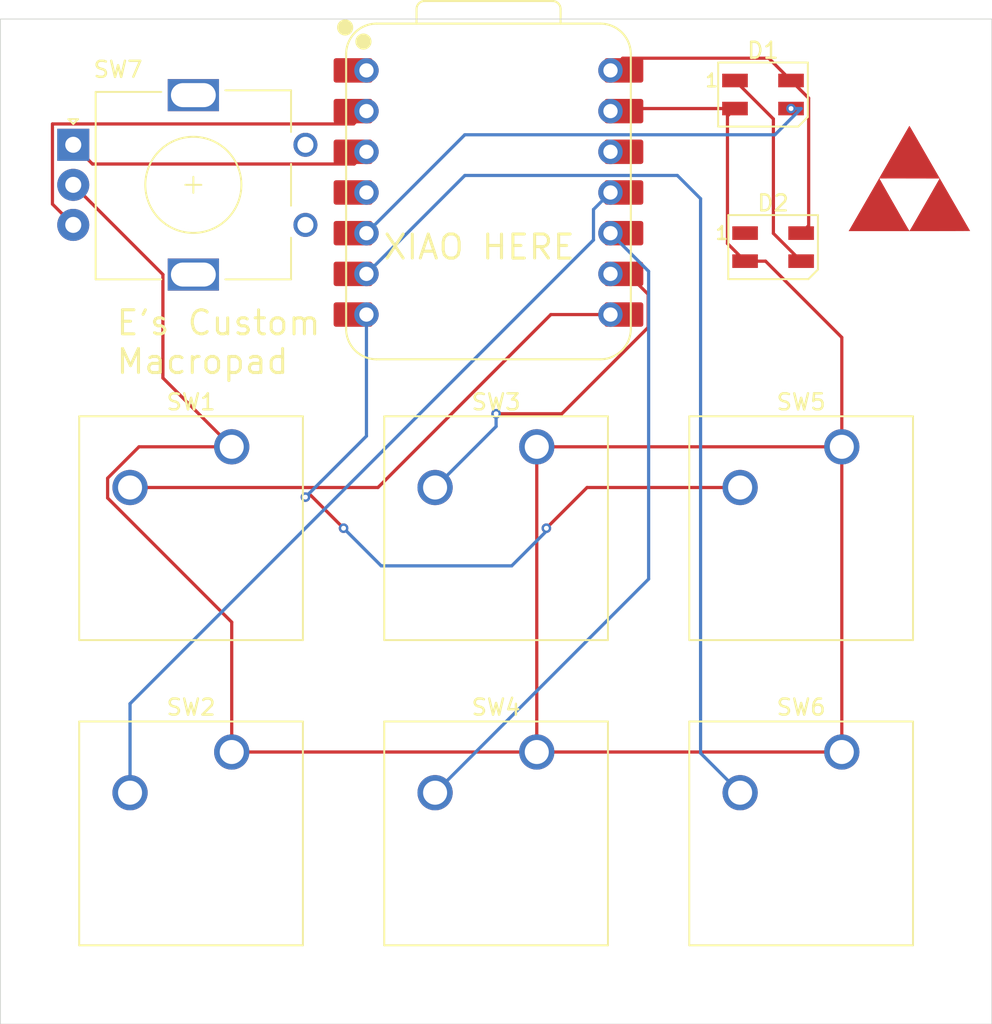
<source format=kicad_pcb>
(kicad_pcb (version 20241229) (generator "pcbnew") (generator_version "9.0")
  (layers (0 "F.Cu" signal) (2 "B.Cu" signal) (13 "F.Paste" user) (15 "B.Paste" user) (5 "F.SilkS" user "F.Silkscreen") (7 "B.SilkS" user "B.Silkscreen") (1 "F.Mask" user) (3 "B.Mask" user) (25 "Edge.Cuts" user))
  (net 0 "")
  (net 1 "+5V")
  (net 2 "GND")
  (net 3 "Net-(D1-DOUT)")
  (net 4 "Net-(D1-DIN)")
  (net 6 "Net-(U1-GPIO1{slash}RX)")
  (net 7 "Net-(U1-GPIO3{slash}MOSI)")
  (net 8 "Net-(U1-GPIO2{slash}SCK)")
  (net 9 "Net-(U1-GPIO4{slash}MISO)")
  (net 10 "Net-(U1-GPIO0{slash}TX)")
  (net 11 "Net-(U1-GPIO7{slash}SCL)")
  (net 12 "Net-(U1-GPIO28{slash}ADC2{slash}A2)")
  (net 13 "Net-(U1-GPIO27{slash}ADC1{slash}A1)")
  (footprint "LED_SMD:LED_SK6812MINI_PLCC4_3.5x3.5mm_P1.75mm" (layer "F.Cu") (at 154.78125 34.84375)
    (property "Reference" "D1" (at 0 -2.75 0) (layer "F.SilkS"))
    (property "Value" "SK6812MINI")
    (fp_line (start -2.8 -2) (end -2.8 2) (stroke (width 0.12)) (layer "F.SilkS"))
    (fp_line (start -2.8 -2) (end 2.8 -2) (stroke (width 0.12)) (layer "F.SilkS"))
    (fp_line (start -2.8 2) (end 2.2 2) (stroke (width 0.12)) (layer "F.SilkS"))
    (fp_line (start 2.8 1.4) (end 2.2 2) (stroke (width 0.12)) (layer "F.SilkS"))
    (fp_line (start 2.8 1.4) (end 2.8 -2) (stroke (width 0.12)) (layer "F.SilkS"))
    (fp_text user "1" (at -3.2 -0.875 0) (layer "F.SilkS") (effects (font (size 0.8 0.8))))
    (pad "1" smd rect (at -1.75 -0.875) (size 1.6 0.85) (layers "F.Cu" "F.Mask" "F.Paste") (net 3 "Net-(D1-DOUT)"))
    (pad "2" smd rect (at -1.75 0.875) (size 1.6 0.85) (layers "F.Cu" "F.Mask" "F.Paste") (net 2 "GND"))
    (pad "3" smd rect (at 1.75 0.875) (size 1.6 0.85) (layers "F.Cu" "F.Mask" "F.Paste") (net 4 "Net-(D1-DIN)"))
    (pad "4" smd rect (at 1.75 -0.875) (size 1.6 0.85) (layers "F.Cu" "F.Mask" "F.Paste") (net 1 "+5V"))
  )
  (footprint "Button_Switch_Keyboard:SW_Cherry_MX_1.00u_PCB" (layer "F.Cu") (at 140.6525 75.8825)
    (property "Reference" "SW4" (at -2.54 -2.794 0) (layer "F.SilkS"))
    (property "Value" "SW_Push")
    (fp_line (start -9.525 -1.905) (end 4.445 -1.905) (stroke (width 0.12)) (layer "F.SilkS"))
    (fp_line (start -9.525 12.065) (end -9.525 -1.905) (stroke (width 0.12)) (layer "F.SilkS"))
    (fp_line (start 4.445 -1.905) (end 4.445 12.065) (stroke (width 0.12)) (layer "F.SilkS"))
    (fp_line (start 4.445 12.065) (end -9.525 12.065) (stroke (width 0.12)) (layer "F.SilkS"))
    (pad "" np_thru_hole circle (at -7.62 5.08) (size 1.7 1.7) (drill 1.7) (layers "*.Cu" "*.Mask"))
    (pad "" np_thru_hole circle (at -2.54 5.08) (size 4 4) (drill 4) (layers "*.Cu" "*.Mask"))
    (pad "" np_thru_hole circle (at 2.54 5.08) (size 1.7 1.7) (drill 1.7) (layers "*.Cu" "*.Mask"))
    (pad "1" thru_hole circle (at 0 0) (size 2.2 2.2) (drill 1.5) (layers "*.Cu" "*.Mask") (net 2 "GND"))
    (pad "2" thru_hole circle (at -6.35 2.54) (size 2.2 2.2) (drill 1.5) (layers "*.Cu" "*.Mask") (net 9 "Net-(U1-GPIO4{slash}MISO)"))
  )
  (footprint "Button_Switch_Keyboard:SW_Cherry_MX_1.00u_PCB" (layer "F.Cu") (at 140.6525 56.8325)
    (property "Reference" "SW3" (at -2.54 -2.794 0) (layer "F.SilkS"))
    (property "Value" "SW_Push")
    (fp_line (start -9.525 -1.905) (end 4.445 -1.905) (stroke (width 0.12)) (layer "F.SilkS"))
    (fp_line (start -9.525 12.065) (end -9.525 -1.905) (stroke (width 0.12)) (layer "F.SilkS"))
    (fp_line (start 4.445 -1.905) (end 4.445 12.065) (stroke (width 0.12)) (layer "F.SilkS"))
    (fp_line (start 4.445 12.065) (end -9.525 12.065) (stroke (width 0.12)) (layer "F.SilkS"))
    (pad "" np_thru_hole circle (at -7.62 5.08) (size 1.7 1.7) (drill 1.7) (layers "*.Cu" "*.Mask"))
    (pad "" np_thru_hole circle (at -2.54 5.08) (size 4 4) (drill 4) (layers "*.Cu" "*.Mask"))
    (pad "" np_thru_hole circle (at 2.54 5.08) (size 1.7 1.7) (drill 1.7) (layers "*.Cu" "*.Mask"))
    (pad "1" thru_hole circle (at 0 0) (size 2.2 2.2) (drill 1.5) (layers "*.Cu" "*.Mask") (net 2 "GND"))
    (pad "2" thru_hole circle (at -6.35 2.54) (size 2.2 2.2) (drill 1.5) (layers "*.Cu" "*.Mask") (net 8 "Net-(U1-GPIO2{slash}SCK)"))
  )
  (footprint "Rotary_Encoder:RotaryEncoder_Alps_EC11E_Vertical_H20mm" (layer "F.Cu") (at 111.70625 37.98125)
    (property "Reference" "SW7" (at 2.8 -4.7 0) (layer "F.SilkS"))
    (property "Value" "RotaryEncoder")
    (fp_line (start -0.3 -1.6) (end 0.3 -1.6) (stroke (width 0.12)) (layer "F.SilkS"))
    (fp_line (start 0 -1.3) (end -0.3 -1.6) (stroke (width 0.12)) (layer "F.SilkS"))
    (fp_line (start 0.3 -1.6) (end 0 -1.3) (stroke (width 0.12)) (layer "F.SilkS"))
    (fp_line (start 1.4 -3.3) (end 1.4 8.4) (stroke (width 0.12)) (layer "F.SilkS"))
    (fp_line (start 5.5 -3.3) (end 1.4 -3.3) (stroke (width 0.12)) (layer "F.SilkS"))
    (fp_line (start 5.5 8.4) (end 1.4 8.4) (stroke (width 0.12)) (layer "F.SilkS"))
    (fp_line (start 7 2.5) (end 8 2.5) (stroke (width 0.12)) (layer "F.SilkS"))
    (fp_line (start 7.5 2) (end 7.5 3) (stroke (width 0.12)) (layer "F.SilkS"))
    (fp_line (start 9.5 -3.4) (end 13.6 -3.4) (stroke (width 0.12)) (layer "F.SilkS"))
    (fp_line (start 13.6 -3.4) (end 13.6 -0.8) (stroke (width 0.12)) (layer "F.SilkS"))
    (fp_line (start 13.6 1.2) (end 13.6 3.8) (stroke (width 0.12)) (layer "F.SilkS"))
    (fp_line (start 13.6 5.8) (end 13.6 8.4) (stroke (width 0.12)) (layer "F.SilkS"))
    (fp_line (start 13.6 8.4) (end 9.5 8.4) (stroke (width 0.12)) (layer "F.SilkS"))
    (fp_circle (center 7.5 2.5) (end 10.5 2.5) (stroke (width 0.12)) (fill no) (layer "F.SilkS"))
    (pad "" thru_hole circle (at 14.5 0) (size 1.5 1.5) (drill 1) (layers "*.Cu" "*.Mask"))
    (pad "" thru_hole circle (at 14.5 5) (size 1.5 1.5) (drill 1) (layers "*.Cu" "*.Mask"))
    (pad "A" thru_hole rect (at 0 0) (size 2 2) (drill 1) (layers "*.Cu" "*.Mask") (net 12 "Net-(U1-GPIO28{slash}ADC2{slash}A2)"))
    (pad "B" thru_hole circle (at 0 5) (size 2 2) (drill 1) (layers "*.Cu" "*.Mask") (net 13 "Net-(U1-GPIO27{slash}ADC1{slash}A1)"))
    (pad "C" thru_hole circle (at 0 2.5) (size 2 2) (drill 1) (layers "*.Cu" "*.Mask") (net 2 "GND"))
    (pad "MP" thru_hole rect (at 7.5 -3.1) (size 3.2 2) (drill oval 2.8 1.5) (layers "*.Cu" "*.Mask"))
    (pad "MP" thru_hole rect (at 7.5 8.1) (size 3.2 2) (drill oval 2.8 1.5) (layers "*.Cu" "*.Mask"))
  )
  (footprint "Battery:zelda_logo_footprint7" (layer "F.Cu") (at 164.30625 40.48125)
    (property "Reference" "G***" (hide yes))
    (property "Value" "LOGO" (hide yes))
    (fp_poly (pts (xy -0.380639 -3.68103) (xy -0.375393 -3.675178) (xy -0.367462 -3.664189) (xy -0.356081 -3.646771) (xy -0.340485 -3.621637) (xy -0.319911 -3.587494) (xy -0.293592 -3.543055) (xy -0.260765 -3.487029) (xy -0.220664 -3.418126) (xy -0.172524 -3.335057) (xy -0.115581 -3.236531) (xy -0.04907 -3.12126) (xy 0.027774 -2.987952) (xy 0.115716 -2.835319) (xy 0.196506 -2.695077) (xy 0.305242 -2.506333) (xy 0.418123 -2.310414) (xy 0.534442 -2.108546) (xy 0.65349 -1.901957) (xy 0.77456 -1.691874) (xy 0.896945 -1.479526) (xy 1.019935 -1.266141) (xy 1.142824 -1.052944) (xy 1.264904 -0.841165) (xy 1.385466 -0.632031) (xy 1.503803 -0.42677) (xy 1.619207 -0.226609) (xy 1.730971 -0.032775) (xy 1.838386 0.153503) (xy 1.940744 0.330998) (xy 2.037338 0.498482) (xy 2.12746 0.654728) (xy 2.210402 0.798508) (xy 2.285456 0.928594) (xy 2.351914 1.043759) (xy 2.409069 1.142775) (xy 2.456213 1.224415) (xy 2.492638 1.287451) (xy 2.517636 1.330654) (xy 2.525614 1.344411) (xy 2.554144 1.393636) (xy 2.593368 1.461471) (xy 2.641512 1.54484) (xy 2.696803 1.640669) (xy 2.757466 1.745882) (xy 2.82173 1.857406) (xy 2.887819 1.972165) (xy 2.951194 2.082274) (xy 3.015616 2.194175) (xy 3.078485 2.303258) (xy 3.138258 2.406855) (xy 3.193394 2.502302) (xy 3.242352 2.586931) (xy 3.28359 2.658076) (xy 3.315567 2.71307) (xy 3.336741 2.749248) (xy 3.337869 2.75116) (xy 3.366582 2.79999) (xy 3.390401 2.840906) (xy 3.406541 2.869093) (xy 3.412095 2.879348) (xy 3.400089 2.88012) (xy 3.364029 2.880877) (xy 3.304876 2.881614) (xy 3.223589 2.88233) (xy 3.121128 2.883022) (xy 2.998451 2.883689) (xy 2.856518 2.884327) (xy 2.696289 2.884933) (xy 2.518724 2.885507) (xy 2.32478 2.886044) (xy 2.115419 2.886544) (xy 1.891599 2.887003) (xy 1.654279 2.887418) (xy 1.40442 2.887789) (xy 1.14298 2.888111) (xy 0.87092 2.888383) (xy 0.589197 2.888602) (xy 0.298773 2.888766) (xy 0.000606 2.888873) (xy -0.304344 2.888919) (xy -0.381416 2.888921) (xy -4.179096 2.888921) (xy -4.154446 2.848276) (xy -4.144978 2.832134) (xy -4.123863 2.795772) (xy -4.09194 2.740645) (xy -4.050048 2.668206) (xy -3.999027 2.579909) (xy -3.939717 2.477207) (xy -3.872955 2.361554) (xy -3.799583 2.234404) (xy -3.720438 2.09721) (xy -3.63636 1.951425) (xy -3.548188 1.798505) (xy -3.456762 1.639901) (xy -3.448634 1.625799) (xy -3.344777 1.445607) (xy -3.230431 1.247221) (xy -3.1076 1.034119) (xy -2.978288 0.809777) (xy -2.8445 0.577671) (xy -2.708237 0.341278) (xy -2.571506 0.104073) (xy -2.436308 -0.130467) (xy -2.304649 -0.358865) (xy -2.284243 -0.394264) (xy -2.248705 -0.394264) (xy -2.243337 -0.382889) (xy -2.226238 -0.351069) (xy -2.198117 -0.300056) (xy -2.159682 -0.231104) (xy -2.111644 -0.145466) (xy -2.054709 -0.044397) (xy -1.989588 0.070851) (xy -1.916988 0.199024) (xy -1.837619 0.338869) (xy -1.75219 0.489131) (xy -1.661409 0.648558) (xy -1.565985 0.815896) (xy -1.466627 0.989891) (xy -1.412471 1.08463) (xy -1.279753 1.316739) (xy -1.158912 1.528101) (xy -1.049384 1.719673) (xy -0.95061 1.89241) (xy -0.862028 2.047267) (xy -0.783077 2.185199) (xy -0.713195 2.307161) (xy -0.651821 2.414109) (xy -0.598394 2.506998) (xy -0.552353 2.586782) (xy -0.513135 2.654418) (xy -0.480181 2.710861) (xy -0.452929 2.757065) (xy -0.430817 2.793987) (xy -0.413284 2.82258) (xy -0.399769 2.843801) (xy -0.389711 2.858605) (xy -0.382548 2.867946) (xy -0.377719 2.872781) (xy -0.374662 2.874064) (xy -0.372818 2.872751) (xy -0.371623 2.869797) (xy -0.370518 2.866157) (xy -0.36894 2.862786) (xy -0.368195 2.861869) (xy -0.359503 2.84856) (xy -0.339417 2.815236) (xy -0.308932 2.763611) (xy -0.269041 2.6954) (xy -0.220738 2.612316) (xy -0.165018 2.516074) (xy -0.102875 2.408387) (xy -0.035303 2.290971) (xy 0.036704 2.165538) (xy 0.112151 2.033805) (xy 0.120195 2.019743) (xy 0.212301 1.8587) (xy 0.313412 1.681916) (xy 0.420844 1.49408) (xy 0.531913 1.299887) (xy 0.643937 1.104026) (xy 0.754231 0.911189) (xy 0.860113 0.726069) (xy 0.958899 0.553357) (xy 1.046503 0.400196) (xy 1.500733 -0.393945) (xy -0.370978 -0.397112) (xy -0.585355 -0.397435) (xy -0.792875 -0.397671) (xy -0.992165 -0.39782) (xy -1.181849 -0.397887) (xy -1.360554 -0.397871) (xy -1.526904 -0.397776) (xy -1.679525 -0.397604) (xy -1.817044 -0.397357) (xy -1.938084 -0.397036) (xy -2.041272 -0.396645) (xy -2.125234 -0.396184) (xy -2.188594 -0.395656) (xy -2.229979 -0.395064) (xy -2.248014 -0.394408) (xy -2.248705 -0.394264) (xy -2.284243 -0.394264) (xy -2.178533 -0.577646) (xy -2.059961 -0.783332) (xy -2.006868 -0.875431) (xy -1.90012 -1.060617) (xy -1.790019 -1.251641) (xy -1.678008 -1.446002) (xy -1.565525 -1.6412) (xy -1.454013 -1.834734) (xy -1.344912 -2.024102) (xy -1.239662 -2.206804) (xy -1.139705 -2.38034) (xy -1.046481 -2.542208) (xy -0.96143 -2.689908) (xy -0.885994 -2.820939) (xy -0.821674 -2.932694) (xy -0.749895 -3.057351) (xy -0.681666 -3.175679) (xy -0.618028 -3.285885) (xy -0.56002 -3.386178) (xy -0.508681 -3.474764) (xy -0.465051 -3.549852) (xy -0.430169 -3.609649) (xy -0.405075 -3.652362) (xy -0.390807 -3.676201) (xy -0.387919 -3.680655) (xy -0.386138 -3.682478) (xy -0.383966 -3.683033)) (fill yes) (layer "F.Cu"))
  )
  (footprint "Button_Switch_Keyboard:SW_Cherry_MX_1.00u_PCB" (layer "F.Cu") (at 159.7025 56.8325)
    (property "Reference" "SW5" (at -2.54 -2.794 0) (layer "F.SilkS"))
    (property "Value" "SW_Push")
    (fp_line (start -9.525 -1.905) (end 4.445 -1.905) (stroke (width 0.12)) (layer "F.SilkS"))
    (fp_line (start -9.525 12.065) (end -9.525 -1.905) (stroke (width 0.12)) (layer "F.SilkS"))
    (fp_line (start 4.445 -1.905) (end 4.445 12.065) (stroke (width 0.12)) (layer "F.SilkS"))
    (fp_line (start 4.445 12.065) (end -9.525 12.065) (stroke (width 0.12)) (layer "F.SilkS"))
    (pad "" np_thru_hole circle (at -7.62 5.08) (size 1.7 1.7) (drill 1.7) (layers "*.Cu" "*.Mask"))
    (pad "" np_thru_hole circle (at -2.54 5.08) (size 4 4) (drill 4) (layers "*.Cu" "*.Mask"))
    (pad "" np_thru_hole circle (at 2.54 5.08) (size 1.7 1.7) (drill 1.7) (layers "*.Cu" "*.Mask"))
    (pad "1" thru_hole circle (at 0 0) (size 2.2 2.2) (drill 1.5) (layers "*.Cu" "*.Mask") (net 2 "GND"))
    (pad "2" thru_hole circle (at -6.35 2.54) (size 2.2 2.2) (drill 1.5) (layers "*.Cu" "*.Mask") (net 10 "Net-(U1-GPIO0{slash}TX)"))
  )
  (footprint "Button_Switch_Keyboard:SW_Cherry_MX_1.00u_PCB" (layer "F.Cu") (at 159.7025 75.8825)
    (property "Reference" "SW6" (at -2.54 -2.794 0) (layer "F.SilkS"))
    (property "Value" "SW_Push")
    (fp_line (start -9.525 -1.905) (end 4.445 -1.905) (stroke (width 0.12)) (layer "F.SilkS"))
    (fp_line (start -9.525 12.065) (end -9.525 -1.905) (stroke (width 0.12)) (layer "F.SilkS"))
    (fp_line (start 4.445 -1.905) (end 4.445 12.065) (stroke (width 0.12)) (layer "F.SilkS"))
    (fp_line (start 4.445 12.065) (end -9.525 12.065) (stroke (width 0.12)) (layer "F.SilkS"))
    (pad "" np_thru_hole circle (at -7.62 5.08) (size 1.7 1.7) (drill 1.7) (layers "*.Cu" "*.Mask"))
    (pad "" np_thru_hole circle (at -2.54 5.08) (size 4 4) (drill 4) (layers "*.Cu" "*.Mask"))
    (pad "" np_thru_hole circle (at 2.54 5.08) (size 1.7 1.7) (drill 1.7) (layers "*.Cu" "*.Mask"))
    (pad "1" thru_hole circle (at 0 0) (size 2.2 2.2) (drill 1.5) (layers "*.Cu" "*.Mask") (net 2 "GND"))
    (pad "2" thru_hole circle (at -6.35 2.54) (size 2.2 2.2) (drill 1.5) (layers "*.Cu" "*.Mask") (net 11 "Net-(U1-GPIO7{slash}SCL)"))
  )
  (footprint "OPL:XIAO-RP2040-DIP" (layer "F.Cu") (at 137.63625 40.9575)
    (property "Reference" "U1" (hide yes))
    (property "Value" "XIAO-RP2040-DIP")
    (fp_line (start -8.89 8.509) (end -8.89 -8.636) (stroke (width 0.127)) (layer "F.SilkS"))
    (fp_line (start -6.985 10.414) (end 6.985 10.414) (stroke (width 0.127)) (layer "F.SilkS"))
    (fp_line (start -4.495 -10.541) (end -4.491272 -11.451272) (stroke (width 0.127)) (layer "F.SilkS"))
    (fp_line (start -3.991272 -11.951) (end 4.004 -11.951) (stroke (width 0.127)) (layer "F.SilkS"))
    (fp_line (start 4.504 -11.451) (end 4.504 -10.541) (stroke (width 0.127)) (layer "F.SilkS"))
    (fp_line (start 6.985 -10.541) (end -6.985 -10.541) (stroke (width 0.1)) (layer "F.SilkS"))
    (fp_line (start 6.985 -10.541) (end -6.985 -10.541) (stroke (width 0.127)) (layer "F.SilkS"))
    (fp_line (start 8.89 8.509) (end 8.89 -8.636) (stroke (width 0.127)) (layer "F.SilkS"))
    (fp_arc (start -8.89 -8.636) (mid -8.332038 -9.983038) (end -6.985 -10.541) (stroke (width 0.127)) (layer "F.SilkS"))
    (fp_arc (start -6.985 10.414) (mid -8.332038 9.856038) (end -8.89 8.509) (stroke (width 0.127)) (layer "F.SilkS"))
    (fp_arc (start -4.491272 -11.451272) (mid -4.344728 -11.80464) (end -3.991272 -11.951) (stroke (width 0.127)) (layer "F.SilkS"))
    (fp_arc (start 4.004 -11.951) (mid 4.357553 -11.804553) (end 4.504 -11.451) (stroke (width 0.127)) (layer "F.SilkS"))
    (fp_arc (start 6.985 -10.541) (mid 8.332038 -9.983038) (end 8.89 -8.636) (stroke (width 0.127)) (layer "F.SilkS"))
    (fp_arc (start 8.89 8.509) (mid 8.332038 9.856038) (end 6.985 10.414) (stroke (width 0.127)) (layer "F.SilkS"))
    (fp_circle (center -8.95 -10.3) (end -8.95 -10.554) (stroke (width 0.5)) (fill yes) (layer "F.SilkS"))
    (fp_circle (center -7.807 -9.42) (end -7.807 -9.674) (stroke (width 0.5)) (fill yes) (layer "F.SilkS"))
    (pad "1" smd roundrect (at -8.455 -7.62 180) (size 2.432 1.524) (layers "F.Cu" "F.Mask") (roundrect_rratio 0.1))
    (pad "1" thru_hole circle (at -7.62 -7.62 180) (size 1.524 1.524) (drill 0.889) (layers "*.Cu" "*.Mask"))
    (pad "2" smd roundrect (at -8.455 -5.08 180) (size 2.432 1.524) (layers "F.Cu" "F.Mask") (roundrect_rratio 0.1) (net 13 "Net-(U1-GPIO27{slash}ADC1{slash}A1)"))
    (pad "2" thru_hole circle (at -7.62 -5.08 180) (size 1.524 1.524) (drill 0.889) (layers "*.Cu" "*.Mask") (net 13 "Net-(U1-GPIO27{slash}ADC1{slash}A1)"))
    (pad "3" smd roundrect (at -8.455 -2.54 180) (size 2.432 1.524) (layers "F.Cu" "F.Mask") (roundrect_rratio 0.1) (net 12 "Net-(U1-GPIO28{slash}ADC2{slash}A2)"))
    (pad "3" thru_hole circle (at -7.62 -2.54 180) (size 1.524 1.524) (drill 0.889) (layers "*.Cu" "*.Mask") (net 12 "Net-(U1-GPIO28{slash}ADC2{slash}A2)"))
    (pad "4" smd roundrect (at -8.455 0 180) (size 2.432 1.524) (layers "F.Cu" "F.Mask") (roundrect_rratio 0.1))
    (pad "4" thru_hole circle (at -7.62 0 180) (size 1.524 1.524) (drill 0.889) (layers "*.Cu" "*.Mask"))
    (pad "5" smd roundrect (at -8.455 2.54 180) (size 2.432 1.524) (layers "F.Cu" "F.Mask") (roundrect_rratio 0.1) (net 4 "Net-(D1-DIN)"))
    (pad "5" thru_hole circle (at -7.62 2.54 180) (size 1.524 1.524) (drill 0.889) (layers "*.Cu" "*.Mask") (net 4 "Net-(D1-DIN)"))
    (pad "6" smd roundrect (at -8.455 5.08 180) (size 2.432 1.524) (layers "F.Cu" "F.Mask") (roundrect_rratio 0.1) (net 11 "Net-(U1-GPIO7{slash}SCL)"))
    (pad "6" thru_hole circle (at -7.62 5.08 180) (size 1.524 1.524) (drill 0.889) (layers "*.Cu" "*.Mask") (net 11 "Net-(U1-GPIO7{slash}SCL)"))
    (pad "7" smd roundrect (at -8.455 7.62 180) (size 2.432 1.524) (layers "F.Cu" "F.Mask") (roundrect_rratio 0.1) (net 10 "Net-(U1-GPIO0{slash}TX)"))
    (pad "7" thru_hole circle (at -7.62 7.62 180) (size 1.524 1.524) (drill 0.889) (layers "*.Cu" "*.Mask") (net 10 "Net-(U1-GPIO0{slash}TX)"))
    (pad "8" thru_hole circle (at 7.62 7.62) (size 1.524 1.524) (drill 0.889) (layers "*.Cu" "*.Mask") (net 6 "Net-(U1-GPIO1{slash}RX)"))
    (pad "8" smd roundrect (at 8.455 7.62) (size 2.432 1.524) (layers "F.Cu" "F.Mask") (roundrect_rratio 0.1) (net 6 "Net-(U1-GPIO1{slash}RX)"))
    (pad "9" thru_hole circle (at 7.62 5.08) (size 1.524 1.524) (drill 0.889) (layers "*.Cu" "*.Mask") (net 8 "Net-(U1-GPIO2{slash}SCK)"))
    (pad "9" smd roundrect (at 8.455 5.08) (size 2.432 1.524) (layers "F.Cu" "F.Mask") (roundrect_rratio 0.1) (net 8 "Net-(U1-GPIO2{slash}SCK)"))
    (pad "10" thru_hole circle (at 7.62 2.54) (size 1.524 1.524) (drill 0.889) (layers "*.Cu" "*.Mask") (net 9 "Net-(U1-GPIO4{slash}MISO)"))
    (pad "10" smd roundrect (at 8.455 2.54) (size 2.432 1.524) (layers "F.Cu" "F.Mask") (roundrect_rratio 0.1) (net 9 "Net-(U1-GPIO4{slash}MISO)"))
    (pad "11" thru_hole circle (at 7.62 0) (size 1.524 1.524) (drill 0.889) (layers "*.Cu" "*.Mask") (net 7 "Net-(U1-GPIO3{slash}MOSI)"))
    (pad "11" smd roundrect (at 8.455 0) (size 2.432 1.524) (layers "F.Cu" "F.Mask") (roundrect_rratio 0.1) (net 7 "Net-(U1-GPIO3{slash}MOSI)"))
    (pad "12" thru_hole circle (at 7.62 -2.54) (size 1.524 1.524) (drill 0.889) (layers "*.Cu" "*.Mask"))
    (pad "12" smd roundrect (at 8.455 -2.54) (size 2.432 1.524) (layers "F.Cu" "F.Mask") (roundrect_rratio 0.1))
    (pad "13" thru_hole circle (at 7.62 -5.08) (size 1.524 1.524) (drill 0.889) (layers "*.Cu" "*.Mask") (net 2 "GND"))
    (pad "13" smd roundrect (at 8.455 -5.08) (size 2.432 1.524) (layers "F.Cu" "F.Mask") (roundrect_rratio 0.1) (net 2 "GND"))
    (pad "14" thru_hole circle (at 7.62 -7.62) (size 1.524 1.524) (drill 0.889) (layers "*.Cu" "*.Mask") (net 1 "+5V"))
    (pad "14" smd roundrect (at 8.455 -7.62) (size 2.432 1.524) (layers "F.Cu" "F.Mask") (roundrect_rratio 0.1) (net 1 "+5V"))
  )
  (footprint "LED_SMD:LED_SK6812MINI_PLCC4_3.5x3.5mm_P1.75mm" (layer "F.Cu") (at 155.4125 44.36875)
    (property "Reference" "D2" (at 0 -2.75 0) (layer "F.SilkS"))
    (property "Value" "SK6812MINI")
    (fp_line (start -2.8 -2) (end -2.8 2) (stroke (width 0.12)) (layer "F.SilkS"))
    (fp_line (start -2.8 -2) (end 2.8 -2) (stroke (width 0.12)) (layer "F.SilkS"))
    (fp_line (start -2.8 2) (end 2.2 2) (stroke (width 0.12)) (layer "F.SilkS"))
    (fp_line (start 2.8 1.4) (end 2.2 2) (stroke (width 0.12)) (layer "F.SilkS"))
    (fp_line (start 2.8 1.4) (end 2.8 -2) (stroke (width 0.12)) (layer "F.SilkS"))
    (fp_text user "1" (at -3.2 -0.875 0) (layer "F.SilkS") (effects (font (size 0.8 0.8))))
    (pad "1" smd rect (at -1.75 -0.875) (size 1.6 0.85) (layers "F.Cu" "F.Mask" "F.Paste"))
    (pad "2" smd rect (at -1.75 0.875) (size 1.6 0.85) (layers "F.Cu" "F.Mask" "F.Paste") (net 2 "GND"))
    (pad "3" smd rect (at 1.75 0.875) (size 1.6 0.85) (layers "F.Cu" "F.Mask" "F.Paste") (net 3 "Net-(D1-DOUT)"))
    (pad "4" smd rect (at 1.75 -0.875) (size 1.6 0.85) (layers "F.Cu" "F.Mask" "F.Paste") (net 1 "+5V"))
  )
  (footprint "Button_Switch_Keyboard:SW_Cherry_MX_1.00u_PCB" (layer "F.Cu") (at 121.6025 56.8325)
    (property "Reference" "SW1" (at -2.54 -2.794 0) (layer "F.SilkS"))
    (property "Value" "SW_Push")
    (fp_line (start -9.525 -1.905) (end 4.445 -1.905) (stroke (width 0.12)) (layer "F.SilkS"))
    (fp_line (start -9.525 12.065) (end -9.525 -1.905) (stroke (width 0.12)) (layer "F.SilkS"))
    (fp_line (start 4.445 -1.905) (end 4.445 12.065) (stroke (width 0.12)) (layer "F.SilkS"))
    (fp_line (start 4.445 12.065) (end -9.525 12.065) (stroke (width 0.12)) (layer "F.SilkS"))
    (pad "" np_thru_hole circle (at -7.62 5.08) (size 1.7 1.7) (drill 1.7) (layers "*.Cu" "*.Mask"))
    (pad "" np_thru_hole circle (at -2.54 5.08) (size 4 4) (drill 4) (layers "*.Cu" "*.Mask"))
    (pad "" np_thru_hole circle (at 2.54 5.08) (size 1.7 1.7) (drill 1.7) (layers "*.Cu" "*.Mask"))
    (pad "1" thru_hole circle (at 0 0) (size 2.2 2.2) (drill 1.5) (layers "*.Cu" "*.Mask") (net 2 "GND"))
    (pad "2" thru_hole circle (at -6.35 2.54) (size 2.2 2.2) (drill 1.5) (layers "*.Cu" "*.Mask") (net 6 "Net-(U1-GPIO1{slash}RX)"))
  )
  (footprint "Button_Switch_Keyboard:SW_Cherry_MX_1.00u_PCB" (layer "F.Cu") (at 121.6025 75.8825)
    (property "Reference" "SW2" (at -2.54 -2.794 0) (layer "F.SilkS"))
    (property "Value" "SW_Push")
    (fp_line (start -9.525 -1.905) (end 4.445 -1.905) (stroke (width 0.12)) (layer "F.SilkS"))
    (fp_line (start -9.525 12.065) (end -9.525 -1.905) (stroke (width 0.12)) (layer "F.SilkS"))
    (fp_line (start 4.445 -1.905) (end 4.445 12.065) (stroke (width 0.12)) (layer "F.SilkS"))
    (fp_line (start 4.445 12.065) (end -9.525 12.065) (stroke (width 0.12)) (layer "F.SilkS"))
    (pad "" np_thru_hole circle (at -7.62 5.08) (size 1.7 1.7) (drill 1.7) (layers "*.Cu" "*.Mask"))
    (pad "" np_thru_hole circle (at -2.54 5.08) (size 4 4) (drill 4) (layers "*.Cu" "*.Mask"))
    (pad "" np_thru_hole circle (at 2.54 5.08) (size 1.7 1.7) (drill 1.7) (layers "*.Cu" "*.Mask"))
    (pad "1" thru_hole circle (at 0 0) (size 2.2 2.2) (drill 1.5) (layers "*.Cu" "*.Mask") (net 2 "GND"))
    (pad "2" thru_hole circle (at -6.35 2.54) (size 2.2 2.2) (drill 1.5) (layers "*.Cu" "*.Mask") (net 7 "Net-(U1-GPIO3{slash}MOSI)"))
  )
  (gr_rect (start 107.15625 30.13125) (end 169.06875 92.86875) (stroke (width 0.05)) (fill no) (layer "Edge.Cuts"))
  (gr_text "XIAO HERE\n" (at 130.96875 45.24375 0) (layer "F.SilkS") (effects (font (size 1.5 1.5) (thickness 0.1875)) (justify left bottom)))
  (gr_text "E's Custom\nMacropad" (at 114.3 52.3875 0) (layer "F.SilkS") (effects (font (size 1.5 1.5) (thickness 0.1875)) (justify left bottom)))
  (segment (start 157.63225 43.024) (end 157.1625 43.49375) (width 0.2) (layer "F.Cu") (net 1))
  (segment (start 145.25625 33.3375) (end 146.018249 32.575501) (width 0.2) (layer "F.Cu") (net 1))
  (segment (start 155.138001 32.575501) (end 156.53125 33.96875) (width 0.2) (layer "F.Cu") (net 1))
  (segment (start 146.018249 32.575501) (end 155.138001 32.575501) (width 0.2) (layer "F.Cu") (net 1))
  (segment (start 157.63225 35.06975) (end 157.63225 43.024) (width 0.2) (layer "F.Cu") (net 1))
  (segment (start 156.53125 33.96875) (end 157.63225 35.06975) (width 0.2) (layer "F.Cu") (net 1))
  (segment (start 159.7025 75.8825) (end 159.7025 56.8325) (width 0.2) (layer "F.Cu") (net 2))
  (segment (start 140.6525 75.8825) (end 159.7025 75.8825) (width 0.2) (layer "F.Cu") (net 2))
  (segment (start 121.6025 56.8325) (end 115.811186 56.8325) (width 0.2) (layer "F.Cu") (net 2))
  (segment (start 152.5615 36.1885) (end 153.03125 35.71875) (width 0.2) (layer "F.Cu") (net 2))
  (segment (start 121.6025 56.8325) (end 117.30525 52.53525) (width 0.2) (layer "F.Cu") (net 2))
  (segment (start 117.30525 46.08025) (end 111.70625 40.48125) (width 0.2) (layer "F.Cu") (net 2))
  (segment (start 140.6525 56.8325) (end 159.7025 56.8325) (width 0.2) (layer "F.Cu") (net 2))
  (segment (start 153.03125 35.71875) (end 146.25 35.71875) (width 0.2) (layer "F.Cu") (net 2))
  (segment (start 146.25 35.71875) (end 146.09125 35.8775) (width 0.2) (layer "F.Cu") (net 2))
  (segment (start 154.94 45.24375) (end 159.7025 50.00625) (width 0.2) (layer "F.Cu") (net 2))
  (segment (start 159.7025 50.00625) (end 159.7025 56.8325) (width 0.2) (layer "F.Cu") (net 2))
  (segment (start 113.8515 60.026316) (end 121.6025 67.777316) (width 0.2) (layer "F.Cu") (net 2))
  (segment (start 121.6025 67.777316) (end 121.6025 75.8825) (width 0.2) (layer "F.Cu") (net 2))
  (segment (start 152.5615 44.14275) (end 152.5615 36.1885) (width 0.2) (layer "F.Cu") (net 2))
  (segment (start 121.6025 75.8825) (end 140.6525 75.8825) (width 0.2) (layer "F.Cu") (net 2))
  (segment (start 117.30525 52.53525) (end 117.30525 46.08025) (width 0.2) (layer "F.Cu") (net 2))
  (segment (start 113.8515 58.792186) (end 113.8515 60.026316) (width 0.2) (layer "F.Cu") (net 2))
  (segment (start 140.6525 75.8825) (end 140.6525 56.8325) (width 0.2) (layer "F.Cu") (net 2))
  (segment (start 153.6625 45.24375) (end 152.5615 44.14275) (width 0.2) (layer "F.Cu") (net 2))
  (segment (start 115.811186 56.8325) (end 113.8515 58.792186) (width 0.2) (layer "F.Cu") (net 2))
  (segment (start 153.6625 45.24375) (end 154.94 45.24375) (width 0.2) (layer "F.Cu") (net 2))
  (segment (start 153.03125 33.96875) (end 155.43025 36.36775) (width 0.2) (layer "F.Cu") (net 3))
  (segment (start 155.43025 43.5115) (end 157.1625 45.24375) (width 0.2) (layer "F.Cu") (net 3))
  (segment (start 155.43025 36.36775) (end 155.43025 43.5115) (width 0.2) (layer "F.Cu") (net 3))
  (segment (start 155.885 35.8775) (end 156.04375 35.71875) (width 0.2) (layer "F.Cu") (net 4))
  (via (at 156.53125 35.71875) (size 0.6) (drill 0.3) (layers "F.Cu" "B.Cu") (net 4))
  (segment (start 155.52675 37.3545) (end 157.1625 35.71875) (width 0.2) (layer "B.Cu") (net 4))
  (segment (start 157.1625 35.71875) (end 156.53125 35.71875) (width 0.2) (layer "B.Cu") (net 4))
  (segment (start 130.01625 43.4975) (end 136.15925 37.3545) (width 0.2) (layer "B.Cu") (net 4))
  (segment (start 136.15925 37.3545) (end 155.52675 37.3545) (width 0.2) (layer "B.Cu") (net 4))
  (segment (start 141.53044 48.5775) (end 145.25625 48.5775) (width 0.2) (layer "F.Cu") (net 6))
  (segment (start 130.73544 59.3725) (end 141.53044 48.5775) (width 0.2) (layer "F.Cu") (net 6))
  (segment (start 115.2525 59.3725) (end 130.73544 59.3725) (width 0.2) (layer "F.Cu") (net 6))
  (segment (start 144.19325 42.0205) (end 145.25625 40.9575) (width 0.2) (layer "B.Cu") (net 7))
  (segment (start 144.19325 43.9255) (end 144.19325 42.0205) (width 0.2) (layer "B.Cu") (net 7))
  (segment (start 115.2525 78.4225) (end 115.2525 72.86625) (width 0.2) (layer "B.Cu") (net 7))
  (segment (start 115.2525 72.86625) (end 144.19325 43.9255) (width 0.2) (layer "B.Cu") (net 7))
  (segment (start 146.33388 46.0375) (end 145.25625 46.0375) (width 0.2) (layer "F.Cu") (net 8))
  (segment (start 142.218626 54.76875) (end 147.60825 49.379126) (width 0.2) (layer "F.Cu") (net 8))
  (segment (start 138.1125 54.76875) (end 142.218626 54.76875) (width 0.2) (layer "F.Cu") (net 8))
  (segment (start 147.60825 49.379126) (end 147.60825 47.31187) (width 0.2) (layer "F.Cu") (net 8))
  (segment (start 147.60825 47.31187) (end 146.33388 46.0375) (width 0.2) (layer "F.Cu") (net 8))
  (via (at 138.1125 54.76875) (size 0.6) (drill 0.3) (layers "F.Cu" "B.Cu") (net 8))
  (segment (start 134.3025 59.3725) (end 138.1125 55.5625) (width 0.2) (layer "B.Cu") (net 8))
  (segment (start 138.1125 55.5625) (end 138.1125 54.76875) (width 0.2) (layer "B.Cu") (net 8))
  (segment (start 147.6375 65.0875) (end 147.6375 45.87875) (width 0.2) (layer "B.Cu") (net 9))
  (segment (start 147.6375 45.87875) (end 145.25625 43.4975) (width 0.2) (layer "B.Cu") (net 9))
  (segment (start 134.3025 78.4225) (end 147.6375 65.0875) (width 0.2) (layer "B.Cu") (net 9))
  (segment (start 143.7925 59.3725) (end 141.2525 61.9125) (width 0.2) (layer "F.Cu") (net 10))
  (segment (start 128.5875 61.9125) (end 126.4485 59.7735) (width 0.2) (layer "F.Cu") (net 10))
  (segment (start 153.3525 59.3725) (end 143.7925 59.3725) (width 0.2) (layer "F.Cu") (net 10))
  (segment (start 126.40525 59.7735) (end 126.20625 59.9725) (width 0.2) (layer "F.Cu") (net 10))
  (segment (start 126.4485 59.7735) (end 126.40525 59.7735) (width 0.2) (layer "F.Cu") (net 10))
  (via (at 126.20625 59.9725) (size 0.6) (drill 0.3) (layers "F.Cu" "B.Cu") (net 10))
  (via (at 128.5875 61.9125) (size 0.6) (drill 0.3) (layers "F.Cu" "B.Cu") (net 10))
  (via (at 141.2525 61.9125) (size 0.6) (drill 0.3) (layers "F.Cu" "B.Cu") (net 10))
  (segment (start 141.2525 61.9125) (end 141.2525 62.097316) (width 0.2) (layer "B.Cu") (net 10))
  (segment (start 130.9385 64.2635) (end 128.5875 61.9125) (width 0.2) (layer "B.Cu") (net 10))
  (segment (start 141.2525 62.097316) (end 139.086316 64.2635) (width 0.2) (layer "B.Cu") (net 10))
  (segment (start 139.086316 64.2635) (end 130.9385 64.2635) (width 0.2) (layer "B.Cu") (net 10))
  (segment (start 126.20625 59.9725) (end 130.01625 56.1625) (width 0.2) (layer "B.Cu") (net 10))
  (segment (start 130.01625 56.1625) (end 130.01625 48.5775) (width 0.2) (layer "B.Cu") (net 10))
  (segment (start 150.8815 41.344) (end 150.8815 75.9515) (width 0.2) (layer "B.Cu") (net 11))
  (segment (start 136.15925 39.8945) (end 149.432 39.8945) (width 0.2) (layer "B.Cu") (net 11))
  (segment (start 149.432 39.8945) (end 150.8815 41.344) (width 0.2) (layer "B.Cu") (net 11))
  (segment (start 130.01625 46.0375) (end 136.15925 39.8945) (width 0.2) (layer "B.Cu") (net 11))
  (segment (start 150.8815 75.9515) (end 153.3525 78.4225) (width 0.2) (layer "B.Cu") (net 11))
  (segment (start 112.9045 39.1795) (end 129.254251 39.179499) (width 0.2) (layer "F.Cu") (net 12))
  (segment (start 129.254251 39.179499) (end 130.01625 38.4175) (width 0.2) (layer "F.Cu") (net 12))
  (segment (start 111.70625 37.98125) (end 112.9045 39.1795) (width 0.2) (layer "F.Cu") (net 12))
  (segment (start 129.2135 36.68025) (end 110.40525 36.68025) (width 0.2) (layer "F.Cu") (net 13))
  (segment (start 110.40525 41.68025) (end 111.70625 42.98125) (width 0.2) (layer "F.Cu") (net 13))
  (segment (start 110.40525 36.68025) (end 110.40525 41.68025) (width 0.2) (layer "F.Cu") (net 13))
  (segment (start 130.01625 35.8775) (end 129.2135 36.68025) (width 0.2) (layer "F.Cu") (net 13))
)
</source>
